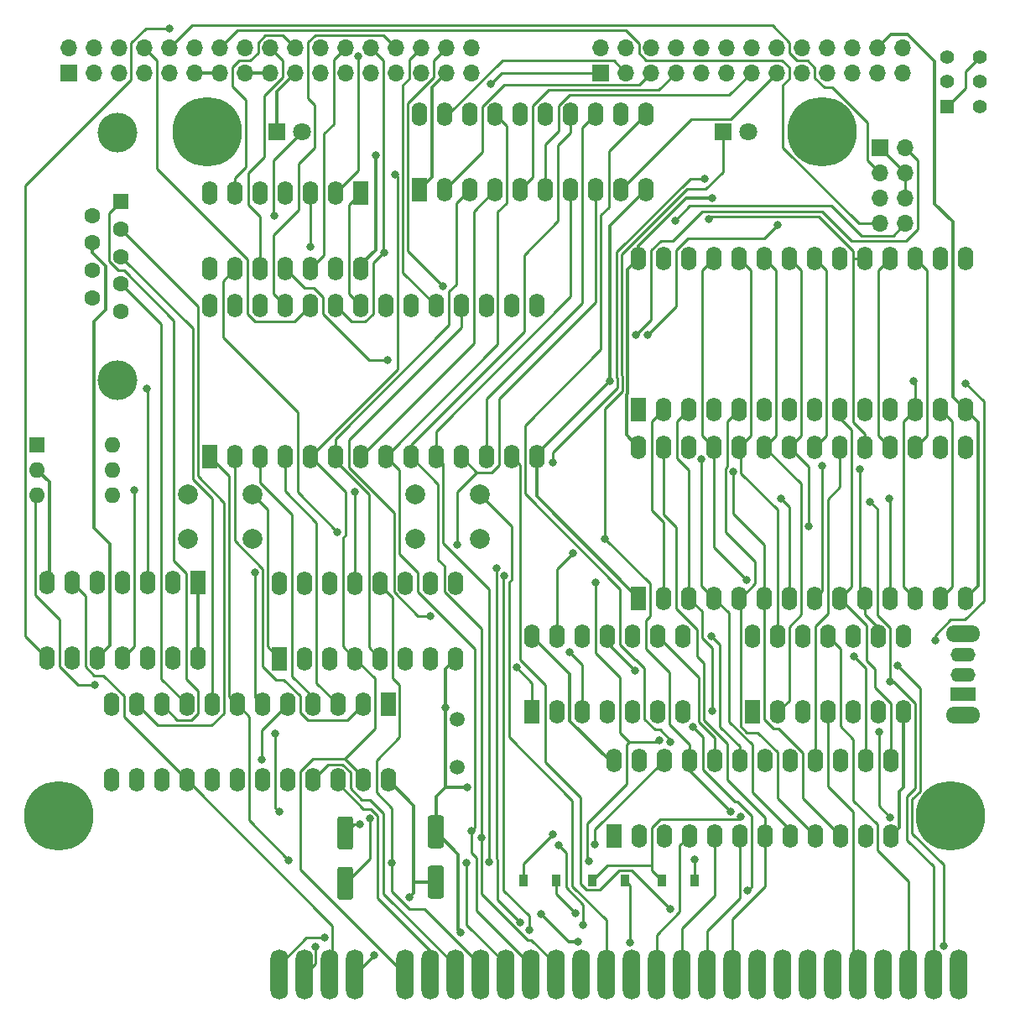
<source format=gtl>
G04 #@! TF.GenerationSoftware,KiCad,Pcbnew,(5.1.6)-1*
G04 #@! TF.CreationDate,2020-11-25T06:28:35+02:00*
G04 #@! TF.ProjectId,PlusD_Clone_1_5,506c7573-445f-4436-9c6f-6e655f315f35,rev?*
G04 #@! TF.SameCoordinates,Original*
G04 #@! TF.FileFunction,Copper,L1,Top*
G04 #@! TF.FilePolarity,Positive*
%FSLAX46Y46*%
G04 Gerber Fmt 4.6, Leading zero omitted, Abs format (unit mm)*
G04 Created by KiCad (PCBNEW (5.1.6)-1) date 2020-11-25 06:28:35*
%MOMM*%
%LPD*%
G01*
G04 APERTURE LIST*
G04 #@! TA.AperFunction,SMDPad,CuDef*
%ADD10R,0.900000X1.200000*%
G04 #@! TD*
G04 #@! TA.AperFunction,ComponentPad*
%ADD11C,0.800000*%
G04 #@! TD*
G04 #@! TA.AperFunction,ComponentPad*
%ADD12C,7.000000*%
G04 #@! TD*
G04 #@! TA.AperFunction,ComponentPad*
%ADD13O,1.700000X1.700000*%
G04 #@! TD*
G04 #@! TA.AperFunction,ComponentPad*
%ADD14R,1.700000X1.700000*%
G04 #@! TD*
G04 #@! TA.AperFunction,ComponentPad*
%ADD15C,1.400000*%
G04 #@! TD*
G04 #@! TA.AperFunction,ComponentPad*
%ADD16R,1.400000X1.400000*%
G04 #@! TD*
G04 #@! TA.AperFunction,ComponentPad*
%ADD17O,1.600000X2.400000*%
G04 #@! TD*
G04 #@! TA.AperFunction,ComponentPad*
%ADD18R,1.600000X2.400000*%
G04 #@! TD*
G04 #@! TA.AperFunction,ComponentPad*
%ADD19O,3.500000X1.700000*%
G04 #@! TD*
G04 #@! TA.AperFunction,ComponentPad*
%ADD20O,2.500000X1.400000*%
G04 #@! TD*
G04 #@! TA.AperFunction,ComponentPad*
%ADD21R,2.500000X1.400000*%
G04 #@! TD*
G04 #@! TA.AperFunction,ComponentPad*
%ADD22C,4.000000*%
G04 #@! TD*
G04 #@! TA.AperFunction,ComponentPad*
%ADD23C,1.600000*%
G04 #@! TD*
G04 #@! TA.AperFunction,ComponentPad*
%ADD24R,1.600000X1.600000*%
G04 #@! TD*
G04 #@! TA.AperFunction,ComponentPad*
%ADD25O,1.600000X1.600000*%
G04 #@! TD*
G04 #@! TA.AperFunction,ComponentPad*
%ADD26C,2.000000*%
G04 #@! TD*
G04 #@! TA.AperFunction,ConnectorPad*
%ADD27O,1.778000X5.080000*%
G04 #@! TD*
G04 #@! TA.AperFunction,ComponentPad*
%ADD28C,1.800000*%
G04 #@! TD*
G04 #@! TA.AperFunction,ComponentPad*
%ADD29R,1.800000X1.800000*%
G04 #@! TD*
G04 #@! TA.AperFunction,ComponentPad*
%ADD30C,1.500000*%
G04 #@! TD*
G04 #@! TA.AperFunction,ViaPad*
%ADD31C,0.800000*%
G04 #@! TD*
G04 #@! TA.AperFunction,Conductor*
%ADD32C,0.350000*%
G04 #@! TD*
G04 #@! TA.AperFunction,Conductor*
%ADD33C,0.250000*%
G04 #@! TD*
G04 APERTURE END LIST*
D10*
X128864000Y-112459000D03*
X132164000Y-112459000D03*
X121864000Y-112459000D03*
X125164000Y-112459000D03*
X114864000Y-112459000D03*
X118164000Y-112459000D03*
D11*
X146856155Y-35143845D03*
X145000000Y-34375000D03*
X143143845Y-35143845D03*
X142375000Y-37000000D03*
X143143845Y-38856155D03*
X145000000Y-39625000D03*
X146856155Y-38856155D03*
X147625000Y-37000000D03*
D12*
X145000000Y-37000000D03*
D13*
X153416000Y-46228000D03*
X150876000Y-46228000D03*
X153416000Y-43688000D03*
X150876000Y-43688000D03*
X153416000Y-41148000D03*
X150876000Y-41148000D03*
X153416000Y-38608000D03*
D14*
X150876000Y-38608000D03*
D12*
X83000000Y-37000000D03*
D11*
X85625000Y-37000000D03*
X84856155Y-38856155D03*
X83000000Y-39625000D03*
X81143845Y-38856155D03*
X80375000Y-37000000D03*
X81143845Y-35143845D03*
X83000000Y-34375000D03*
X84856155Y-35143845D03*
G04 #@! TA.AperFunction,SMDPad,CuDef*
G36*
G01*
X106595000Y-109234000D02*
X105495000Y-109234000D01*
G75*
G02*
X105245000Y-108984000I0J250000D01*
G01*
X105245000Y-106159000D01*
G75*
G02*
X105495000Y-105909000I250000J0D01*
G01*
X106595000Y-105909000D01*
G75*
G02*
X106845000Y-106159000I0J-250000D01*
G01*
X106845000Y-108984000D01*
G75*
G02*
X106595000Y-109234000I-250000J0D01*
G01*
G37*
G04 #@! TD.AperFunction*
G04 #@! TA.AperFunction,SMDPad,CuDef*
G36*
G01*
X106595000Y-114309000D02*
X105495000Y-114309000D01*
G75*
G02*
X105245000Y-114059000I0J250000D01*
G01*
X105245000Y-111234000D01*
G75*
G02*
X105495000Y-110984000I250000J0D01*
G01*
X106595000Y-110984000D01*
G75*
G02*
X106845000Y-111234000I0J-250000D01*
G01*
X106845000Y-114059000D01*
G75*
G02*
X106595000Y-114309000I-250000J0D01*
G01*
G37*
G04 #@! TD.AperFunction*
G04 #@! TA.AperFunction,SMDPad,CuDef*
G36*
G01*
X96351000Y-111111000D02*
X97451000Y-111111000D01*
G75*
G02*
X97701000Y-111361000I0J-250000D01*
G01*
X97701000Y-114186000D01*
G75*
G02*
X97451000Y-114436000I-250000J0D01*
G01*
X96351000Y-114436000D01*
G75*
G02*
X96101000Y-114186000I0J250000D01*
G01*
X96101000Y-111361000D01*
G75*
G02*
X96351000Y-111111000I250000J0D01*
G01*
G37*
G04 #@! TD.AperFunction*
G04 #@! TA.AperFunction,SMDPad,CuDef*
G36*
G01*
X96351000Y-106036000D02*
X97451000Y-106036000D01*
G75*
G02*
X97701000Y-106286000I0J-250000D01*
G01*
X97701000Y-109111000D01*
G75*
G02*
X97451000Y-109361000I-250000J0D01*
G01*
X96351000Y-109361000D01*
G75*
G02*
X96101000Y-109111000I0J250000D01*
G01*
X96101000Y-106286000D01*
G75*
G02*
X96351000Y-106036000I250000J0D01*
G01*
G37*
G04 #@! TD.AperFunction*
D15*
X160907000Y-29417000D03*
X160907000Y-31917000D03*
X160907000Y-34417000D03*
X157607000Y-29417000D03*
X157607000Y-31917000D03*
D16*
X157607000Y-34417000D03*
D17*
X126500000Y-49760000D03*
X159520000Y-65000000D03*
X129040000Y-49760000D03*
X156980000Y-65000000D03*
X131580000Y-49760000D03*
X154440000Y-65000000D03*
X134120000Y-49760000D03*
X151900000Y-65000000D03*
X136660000Y-49760000D03*
X149360000Y-65000000D03*
X139200000Y-49760000D03*
X146820000Y-65000000D03*
X141740000Y-49760000D03*
X144280000Y-65000000D03*
X144280000Y-49760000D03*
X141740000Y-65000000D03*
X146820000Y-49760000D03*
X139200000Y-65000000D03*
X149360000Y-49760000D03*
X136660000Y-65000000D03*
X151900000Y-49760000D03*
X134120000Y-65000000D03*
X154440000Y-49760000D03*
X131580000Y-65000000D03*
X156980000Y-49760000D03*
X129040000Y-65000000D03*
X159520000Y-49760000D03*
D18*
X126500000Y-65000000D03*
D19*
X159258000Y-87626000D03*
X159258000Y-95826000D03*
D20*
X159258000Y-89726000D03*
X159258000Y-91726000D03*
D21*
X159258000Y-93726000D03*
D22*
X73950000Y-62040000D03*
X73950000Y-37040000D03*
D23*
X71410000Y-53695000D03*
X71410000Y-50925000D03*
X71410000Y-48155000D03*
X71410000Y-45385000D03*
X74250000Y-55080000D03*
X74250000Y-52310000D03*
X74250000Y-49540000D03*
X74250000Y-46770000D03*
D24*
X74250000Y-44000000D03*
D25*
X73406000Y-68500000D03*
X65786000Y-73580000D03*
X73406000Y-71040000D03*
X65786000Y-71040000D03*
X73406000Y-73580000D03*
D24*
X65786000Y-68500000D03*
D17*
X115762000Y-87880000D03*
X131002000Y-95500000D03*
X118302000Y-87880000D03*
X128462000Y-95500000D03*
X120842000Y-87880000D03*
X125922000Y-95500000D03*
X123382000Y-87880000D03*
X123382000Y-95500000D03*
X125922000Y-87880000D03*
X120842000Y-95500000D03*
X128462000Y-87880000D03*
X118302000Y-95500000D03*
X131002000Y-87880000D03*
D18*
X115762000Y-95500000D03*
D17*
X101219000Y-102362000D03*
X73279000Y-94742000D03*
X98679000Y-102362000D03*
X75819000Y-94742000D03*
X96139000Y-102362000D03*
X78359000Y-94742000D03*
X93599000Y-102362000D03*
X80899000Y-94742000D03*
X91059000Y-102362000D03*
X83439000Y-94742000D03*
X88519000Y-102362000D03*
X85979000Y-94742000D03*
X85979000Y-102362000D03*
X88519000Y-94742000D03*
X83439000Y-102362000D03*
X91059000Y-94742000D03*
X80899000Y-102362000D03*
X93599000Y-94742000D03*
X78359000Y-102362000D03*
X96139000Y-94742000D03*
X75819000Y-102362000D03*
X98679000Y-94742000D03*
X73279000Y-102362000D03*
D18*
X101219000Y-94742000D03*
D17*
X98477000Y-50772000D03*
X83237000Y-43152000D03*
X95937000Y-50772000D03*
X85777000Y-43152000D03*
X93397000Y-50772000D03*
X88317000Y-43152000D03*
X90857000Y-50772000D03*
X90857000Y-43152000D03*
X88317000Y-50772000D03*
X93397000Y-43152000D03*
X85777000Y-50772000D03*
X95937000Y-43152000D03*
X83237000Y-50772000D03*
D18*
X98477000Y-43152000D03*
D17*
X82042000Y-90043000D03*
X66802000Y-82423000D03*
X79502000Y-90043000D03*
X69342000Y-82423000D03*
X76962000Y-90043000D03*
X71882000Y-82423000D03*
X74422000Y-90043000D03*
X74422000Y-82423000D03*
X71882000Y-90043000D03*
X76962000Y-82423000D03*
X69342000Y-90043000D03*
X79502000Y-82423000D03*
X66802000Y-90043000D03*
D18*
X82042000Y-82423000D03*
D17*
X138000000Y-87880000D03*
X153240000Y-95500000D03*
X140540000Y-87880000D03*
X150700000Y-95500000D03*
X143080000Y-87880000D03*
X148160000Y-95500000D03*
X145620000Y-87880000D03*
X145620000Y-95500000D03*
X148160000Y-87880000D03*
X143080000Y-95500000D03*
X150700000Y-87880000D03*
X140540000Y-95500000D03*
X153240000Y-87880000D03*
D18*
X138000000Y-95500000D03*
D11*
X69856155Y-104143845D03*
X68000000Y-103375000D03*
X66143845Y-104143845D03*
X65375000Y-106000000D03*
X66143845Y-107856155D03*
X68000000Y-108625000D03*
X69856155Y-107856155D03*
X70625000Y-106000000D03*
D12*
X68000000Y-106000000D03*
D11*
X159856155Y-104143845D03*
X158000000Y-103375000D03*
X156143845Y-104143845D03*
X155375000Y-106000000D03*
X156143845Y-107856155D03*
X158000000Y-108625000D03*
X159856155Y-107856155D03*
X160625000Y-106000000D03*
D12*
X158000000Y-106000000D03*
D26*
X110500000Y-73500000D03*
X110500000Y-78000000D03*
X104000000Y-73500000D03*
X104000000Y-78000000D03*
X87500000Y-73500000D03*
X87500000Y-78000000D03*
X81000000Y-73500000D03*
X81000000Y-78000000D03*
D17*
X104380000Y-35213000D03*
X127240000Y-42833000D03*
X106920000Y-35213000D03*
X124700000Y-42833000D03*
X109460000Y-35213000D03*
X122160000Y-42833000D03*
X112000000Y-35213000D03*
X119620000Y-42833000D03*
X114540000Y-35213000D03*
X117080000Y-42833000D03*
X117080000Y-35213000D03*
X114540000Y-42833000D03*
X119620000Y-35213000D03*
X112000000Y-42833000D03*
X122160000Y-35213000D03*
X109460000Y-42833000D03*
X124700000Y-35213000D03*
X106920000Y-42833000D03*
X127240000Y-35213000D03*
D18*
X104380000Y-42833000D03*
D17*
X90284000Y-82476000D03*
X108064000Y-90096000D03*
X92824000Y-82476000D03*
X105524000Y-90096000D03*
X95364000Y-82476000D03*
X102984000Y-90096000D03*
X97904000Y-82476000D03*
X100444000Y-90096000D03*
X100444000Y-82476000D03*
X97904000Y-90096000D03*
X102984000Y-82476000D03*
X95364000Y-90096000D03*
X105524000Y-82476000D03*
X92824000Y-90096000D03*
X108064000Y-82476000D03*
D18*
X90284000Y-90096000D03*
D17*
X124000000Y-100380000D03*
X151940000Y-108000000D03*
X126540000Y-100380000D03*
X149400000Y-108000000D03*
X129080000Y-100380000D03*
X146860000Y-108000000D03*
X131620000Y-100380000D03*
X144320000Y-108000000D03*
X134160000Y-100380000D03*
X141780000Y-108000000D03*
X136700000Y-100380000D03*
X139240000Y-108000000D03*
X139240000Y-100380000D03*
X136700000Y-108000000D03*
X141780000Y-100380000D03*
X134160000Y-108000000D03*
X144320000Y-100380000D03*
X131620000Y-108000000D03*
X146860000Y-100380000D03*
X129080000Y-108000000D03*
X149400000Y-100380000D03*
X126540000Y-108000000D03*
X151940000Y-100380000D03*
D18*
X124000000Y-108000000D03*
D17*
X126500000Y-68760000D03*
X159520000Y-84000000D03*
X129040000Y-68760000D03*
X156980000Y-84000000D03*
X131580000Y-68760000D03*
X154440000Y-84000000D03*
X134120000Y-68760000D03*
X151900000Y-84000000D03*
X136660000Y-68760000D03*
X149360000Y-84000000D03*
X139200000Y-68760000D03*
X146820000Y-84000000D03*
X141740000Y-68760000D03*
X144280000Y-84000000D03*
X144280000Y-68760000D03*
X141740000Y-84000000D03*
X146820000Y-68760000D03*
X139200000Y-84000000D03*
X149360000Y-68760000D03*
X136660000Y-84000000D03*
X151900000Y-68760000D03*
X134120000Y-84000000D03*
X154440000Y-68760000D03*
X131580000Y-84000000D03*
X156980000Y-68760000D03*
X129040000Y-84000000D03*
X159520000Y-68760000D03*
D18*
X126500000Y-84000000D03*
D17*
X83185000Y-54483000D03*
X116205000Y-69723000D03*
X85725000Y-54483000D03*
X113665000Y-69723000D03*
X88265000Y-54483000D03*
X111125000Y-69723000D03*
X90805000Y-54483000D03*
X108585000Y-69723000D03*
X93345000Y-54483000D03*
X106045000Y-69723000D03*
X95885000Y-54483000D03*
X103505000Y-69723000D03*
X98425000Y-54483000D03*
X100965000Y-69723000D03*
X100965000Y-54483000D03*
X98425000Y-69723000D03*
X103505000Y-54483000D03*
X95885000Y-69723000D03*
X106045000Y-54483000D03*
X93345000Y-69723000D03*
X108585000Y-54483000D03*
X90805000Y-69723000D03*
X111125000Y-54483000D03*
X88265000Y-69723000D03*
X113665000Y-54483000D03*
X85725000Y-69723000D03*
X116205000Y-54483000D03*
D18*
X83185000Y-69723000D03*
D27*
X95298000Y-121960000D03*
X97838000Y-121960000D03*
X105458000Y-121960000D03*
X113078000Y-121960000D03*
X110538000Y-121960000D03*
X107998000Y-121960000D03*
X115618000Y-121960000D03*
X90218000Y-121960000D03*
X92758000Y-121960000D03*
X102918000Y-121960000D03*
X118158000Y-121960000D03*
X123238000Y-121960000D03*
X120698000Y-121960000D03*
X125778000Y-121960000D03*
X130858000Y-121960000D03*
X128318000Y-121960000D03*
X133398000Y-121960000D03*
X143558000Y-121960000D03*
X138478000Y-121960000D03*
X151178000Y-121960000D03*
X156258000Y-121960000D03*
X158798000Y-121960000D03*
X135938000Y-121960000D03*
X146098000Y-121960000D03*
X148638000Y-121960000D03*
X153718000Y-121960000D03*
X141018000Y-121960000D03*
D13*
X153162000Y-28460000D03*
X153162000Y-31000000D03*
X150622000Y-28460000D03*
X150622000Y-31000000D03*
X148082000Y-28460000D03*
X148082000Y-31000000D03*
X145542000Y-28460000D03*
X145542000Y-31000000D03*
X143002000Y-28460000D03*
X143002000Y-31000000D03*
X140462000Y-28460000D03*
X140462000Y-31000000D03*
X137922000Y-28460000D03*
X137922000Y-31000000D03*
X135382000Y-28460000D03*
X135382000Y-31000000D03*
X132842000Y-28460000D03*
X132842000Y-31000000D03*
X130302000Y-28460000D03*
X130302000Y-31000000D03*
X127762000Y-28460000D03*
X127762000Y-31000000D03*
X125222000Y-28460000D03*
X125222000Y-31000000D03*
X122682000Y-28460000D03*
D14*
X122682000Y-31000000D03*
X69000000Y-31000000D03*
D13*
X69000000Y-28460000D03*
X71540000Y-31000000D03*
X71540000Y-28460000D03*
X74080000Y-31000000D03*
X74080000Y-28460000D03*
X76620000Y-31000000D03*
X76620000Y-28460000D03*
X79160000Y-31000000D03*
X79160000Y-28460000D03*
X81700000Y-31000000D03*
X81700000Y-28460000D03*
X84240000Y-31000000D03*
X84240000Y-28460000D03*
X86780000Y-31000000D03*
X86780000Y-28460000D03*
X89320000Y-31000000D03*
X89320000Y-28460000D03*
X91860000Y-31000000D03*
X91860000Y-28460000D03*
X94400000Y-31000000D03*
X94400000Y-28460000D03*
X96940000Y-31000000D03*
X96940000Y-28460000D03*
X99480000Y-31000000D03*
X99480000Y-28460000D03*
X102020000Y-31000000D03*
X102020000Y-28460000D03*
X104560000Y-31000000D03*
X104560000Y-28460000D03*
X107100000Y-31000000D03*
X107100000Y-28460000D03*
X109640000Y-31000000D03*
X109640000Y-28460000D03*
D28*
X137540000Y-37000000D03*
D29*
X135000000Y-37000000D03*
D28*
X92540000Y-37000000D03*
D29*
X90000000Y-37000000D03*
D30*
X108204000Y-101092000D03*
X108204000Y-96192000D03*
D31*
X123601700Y-62097600D03*
X109208600Y-103090500D03*
X120361700Y-118648900D03*
X116680200Y-115854600D03*
X106991400Y-95076000D03*
X108574800Y-117771100D03*
X91204600Y-110421300D03*
X122108800Y-108875300D03*
X133833500Y-87827000D03*
X129727900Y-98534900D03*
X99418200Y-106251800D03*
X114190000Y-90997300D03*
X159503900Y-62326200D03*
X156418600Y-88244200D03*
X123134100Y-77997100D03*
X135800200Y-105546100D03*
X89746400Y-45399100D03*
X76881500Y-62837500D03*
X106768800Y-52510200D03*
X126216100Y-57485100D03*
X100872700Y-49145700D03*
X96127900Y-77343900D03*
X93397000Y-48562700D03*
X130203800Y-45900600D03*
X140564000Y-46332500D03*
X127446000Y-57466200D03*
X75621100Y-73111500D03*
X79117700Y-26510000D03*
X119903100Y-79456300D03*
X126177000Y-91340000D03*
X71614900Y-92744200D03*
X129735200Y-115366600D03*
X133585800Y-45799700D03*
X97904000Y-73292500D03*
X149893600Y-74264000D03*
X151886900Y-92404900D03*
X150764700Y-97502900D03*
X151914900Y-106107600D03*
X148809600Y-71023100D03*
X112183800Y-80968800D03*
X114581500Y-116679900D03*
X128643000Y-98360600D03*
X122191300Y-82393100D03*
X121464700Y-110520200D03*
X133938800Y-95386800D03*
X131983100Y-97015900D03*
X137511700Y-113533900D03*
X137450500Y-82201400D03*
X152662800Y-90812300D03*
X157292700Y-119054300D03*
X101928400Y-41257600D03*
X151806300Y-73989800D03*
X154253300Y-62115700D03*
X109626400Y-107467000D03*
X110625900Y-108154600D03*
X111430000Y-110608900D03*
X109145900Y-110702100D03*
X87791100Y-81384900D03*
X143688200Y-76716400D03*
X101592300Y-110725700D03*
X108160600Y-78628700D03*
X89856600Y-97699100D03*
X90217600Y-105541100D03*
X118481700Y-108932300D03*
X120924900Y-116977700D03*
X140883200Y-73917600D03*
X136064700Y-71214500D03*
X94832300Y-118260200D03*
X93856800Y-119179500D03*
X88515000Y-100299500D03*
X132850000Y-69948300D03*
X144998600Y-70630900D03*
X148207300Y-89883600D03*
X112959100Y-81772000D03*
X115441400Y-117513300D03*
X98209900Y-29346900D03*
X101197799Y-59974388D03*
X111574300Y-32142200D03*
X117853200Y-70317800D03*
X133173300Y-41697400D03*
X120149600Y-115784900D03*
X125673600Y-118750200D03*
X132164000Y-110387700D03*
X99796100Y-120001900D03*
X103332600Y-114216800D03*
X133957800Y-43646400D03*
X99950800Y-39334700D03*
X117849800Y-107825500D03*
X136847400Y-106051200D03*
X98360800Y-106775000D03*
X105501300Y-85815200D03*
X119572000Y-89434300D03*
D32*
X116205000Y-69723000D02*
X116205000Y-73705000D01*
X116205000Y-73705000D02*
X126500000Y-84000000D01*
X123601700Y-62097600D02*
X116205000Y-69494300D01*
X116205000Y-69494300D02*
X116205000Y-69723000D01*
X127240000Y-42833000D02*
X123601700Y-46471300D01*
X123601700Y-46471300D02*
X123601700Y-62097600D01*
X106991400Y-103090500D02*
X106991400Y-95076000D01*
X106045000Y-107571500D02*
X106045000Y-104036900D01*
X106045000Y-104036900D02*
X106991400Y-103090500D01*
X106991400Y-103090500D02*
X109208600Y-103090500D01*
X120361700Y-118648900D02*
X119474500Y-118648900D01*
X119474500Y-118648900D02*
X116680200Y-115854600D01*
X107100000Y-31000000D02*
X105650000Y-32450000D01*
X105650000Y-32450000D02*
X105650000Y-41563000D01*
X105650000Y-41563000D02*
X104380000Y-42833000D01*
X108064000Y-90096000D02*
X106991400Y-91168600D01*
X106991400Y-91168600D02*
X106991400Y-95076000D01*
X106045000Y-107571500D02*
X108320600Y-109847100D01*
X108320600Y-109847100D02*
X108320600Y-117516900D01*
X108320600Y-117516900D02*
X108574800Y-117771100D01*
X153240000Y-95500000D02*
X153240000Y-103086100D01*
X153240000Y-103086100D02*
X152823900Y-103502200D01*
X152823900Y-103502200D02*
X152823900Y-107116100D01*
X152823900Y-107116100D02*
X151940000Y-108000000D01*
X159520000Y-65000000D02*
X160749400Y-66229400D01*
X160749400Y-66229400D02*
X160749400Y-82770600D01*
X160749400Y-82770600D02*
X159520000Y-84000000D01*
X89320000Y-31000000D02*
X86780000Y-31000000D01*
X150622000Y-28460000D02*
X151948200Y-27133800D01*
X151948200Y-27133800D02*
X153676900Y-27133800D01*
X153676900Y-27133800D02*
X156355200Y-29812100D01*
X156355200Y-29812100D02*
X156355200Y-44199500D01*
X156355200Y-44199500D02*
X158211300Y-46055600D01*
X158211300Y-46055600D02*
X158211300Y-63691300D01*
X158211300Y-63691300D02*
X159520000Y-65000000D01*
X66802000Y-82423000D02*
X67025900Y-82199100D01*
X67025900Y-82199100D02*
X67025900Y-72279900D01*
X67025900Y-72279900D02*
X65786000Y-71040000D01*
X84240000Y-31000000D02*
X81700000Y-31000000D01*
X90000000Y-37000000D02*
X90000000Y-32860000D01*
X90000000Y-32860000D02*
X91860000Y-31000000D01*
D33*
X123238000Y-121960000D02*
X123238000Y-116502600D01*
X123238000Y-116502600D02*
X119794200Y-113058800D01*
X119794200Y-113058800D02*
X119794200Y-104398700D01*
X119794200Y-104398700D02*
X113411200Y-98015700D01*
X113411200Y-98015700D02*
X113411200Y-82416400D01*
X113411200Y-82416400D02*
X113734400Y-82093200D01*
X113734400Y-82093200D02*
X113734400Y-76734400D01*
X113734400Y-76734400D02*
X110500000Y-73500000D01*
X85979000Y-94742000D02*
X87173400Y-95936400D01*
X87173400Y-95936400D02*
X87173400Y-106390100D01*
X87173400Y-106390100D02*
X91204600Y-110421300D01*
X83185000Y-69723000D02*
X85136800Y-71674800D01*
X85136800Y-71674800D02*
X85136800Y-93899800D01*
X85136800Y-93899800D02*
X85979000Y-94742000D01*
X129080000Y-100380000D02*
X122108800Y-107351200D01*
X122108800Y-107351200D02*
X122108800Y-108875300D01*
X134160000Y-100380000D02*
X134160000Y-98096300D01*
X134160000Y-98096300D02*
X132582900Y-96519200D01*
X132582900Y-96519200D02*
X132582900Y-92000900D01*
X132582900Y-92000900D02*
X128462000Y-87880000D01*
X133833500Y-87827000D02*
X134714200Y-88707700D01*
X134714200Y-88707700D02*
X134714200Y-96955300D01*
X134714200Y-96955300D02*
X136700000Y-98941100D01*
X136700000Y-98941100D02*
X136700000Y-100380000D01*
X129727900Y-98534900D02*
X129727900Y-98321300D01*
X129727900Y-98321300D02*
X128660200Y-97253600D01*
X128660200Y-97253600D02*
X128143300Y-97253600D01*
X128143300Y-97253600D02*
X127118700Y-96229000D01*
X127118700Y-96229000D02*
X127118700Y-91088700D01*
X127118700Y-91088700D02*
X126221100Y-90191100D01*
X126221100Y-90191100D02*
X126118800Y-90191100D01*
X126118800Y-90191100D02*
X124652000Y-88724300D01*
X124652000Y-88724300D02*
X124652000Y-83093500D01*
X124652000Y-83093500D02*
X115022800Y-73464300D01*
X115022800Y-73464300D02*
X115022800Y-66574500D01*
X115022800Y-66574500D02*
X122697600Y-58899700D01*
X122697600Y-58899700D02*
X122697600Y-45378800D01*
X122697600Y-45378800D02*
X123524600Y-44551800D01*
X123524600Y-44551800D02*
X123524600Y-38928400D01*
X123524600Y-38928400D02*
X127240000Y-35213000D01*
X99418200Y-106251800D02*
X99418200Y-110256300D01*
X99418200Y-110256300D02*
X96901000Y-112773500D01*
X115762000Y-95500000D02*
X115762000Y-92569300D01*
X115762000Y-92569300D02*
X114190000Y-90997300D01*
X144320000Y-100380000D02*
X144320000Y-86808500D01*
X144320000Y-86808500D02*
X145589600Y-85538900D01*
X145589600Y-85538900D02*
X145589600Y-74031400D01*
X145589600Y-74031400D02*
X146820000Y-72801000D01*
X146820000Y-72801000D02*
X146820000Y-68760000D01*
X156418600Y-88244200D02*
X156418600Y-87767600D01*
X156418600Y-87767600D02*
X158022000Y-86164200D01*
X158022000Y-86164200D02*
X159436900Y-86164200D01*
X159436900Y-86164200D02*
X161334000Y-84267100D01*
X161334000Y-84267100D02*
X161334000Y-64156300D01*
X161334000Y-64156300D02*
X159503900Y-62326200D01*
X123134100Y-77997100D02*
X123134100Y-64860600D01*
X123134100Y-64860600D02*
X124877300Y-63117400D01*
X124877300Y-63117400D02*
X124877300Y-61569100D01*
X124877300Y-61569100D02*
X124826200Y-61518000D01*
X124826200Y-61518000D02*
X124826200Y-49299900D01*
X124826200Y-49299900D02*
X131411900Y-42714200D01*
X131411900Y-42714200D02*
X133293300Y-42714200D01*
X133293300Y-42714200D02*
X135000000Y-41007500D01*
X135000000Y-41007500D02*
X135000000Y-37000000D01*
X123134100Y-77997100D02*
X127675400Y-82538400D01*
X127675400Y-82538400D02*
X127675400Y-85808100D01*
X127675400Y-85808100D02*
X127252400Y-86231100D01*
X127252400Y-86231100D02*
X127252400Y-89087300D01*
X127252400Y-89087300D02*
X129637400Y-91472300D01*
X129637400Y-91472300D02*
X129637400Y-96774800D01*
X129637400Y-96774800D02*
X131620000Y-98757400D01*
X131620000Y-98757400D02*
X131620000Y-100380000D01*
X131620000Y-100380000D02*
X131620000Y-101365900D01*
X131620000Y-101365900D02*
X135800200Y-105546100D01*
X92540000Y-37000000D02*
X89666700Y-39873300D01*
X89666700Y-39873300D02*
X89666700Y-45319400D01*
X89666700Y-45319400D02*
X89746400Y-45399100D01*
X76620000Y-28460000D02*
X77890000Y-29730000D01*
X77890000Y-29730000D02*
X77890000Y-40698700D01*
X77890000Y-40698700D02*
X86995000Y-49803700D01*
X86995000Y-49803700D02*
X86995000Y-55296200D01*
X86995000Y-55296200D02*
X87772300Y-56073500D01*
X87772300Y-56073500D02*
X91754500Y-56073500D01*
X91754500Y-56073500D02*
X93345000Y-54483000D01*
X150876000Y-38608000D02*
X153416000Y-41148000D01*
X153416000Y-41148000D02*
X153416000Y-43688000D01*
X89320000Y-28460000D02*
X90590000Y-29730000D01*
X90590000Y-29730000D02*
X90590000Y-31477200D01*
X90590000Y-31477200D02*
X88724600Y-33342600D01*
X88724600Y-33342600D02*
X88724600Y-39497100D01*
X88724600Y-39497100D02*
X87139000Y-41082700D01*
X87139000Y-41082700D02*
X87139000Y-44323900D01*
X87139000Y-44323900D02*
X88317000Y-45501900D01*
X88317000Y-45501900D02*
X88317000Y-50772000D01*
X91860000Y-28460000D02*
X90616600Y-27216600D01*
X90616600Y-27216600D02*
X88830200Y-27216600D01*
X88830200Y-27216600D02*
X88094600Y-27952200D01*
X88094600Y-27952200D02*
X88094600Y-28969300D01*
X88094600Y-28969300D02*
X87289300Y-29774600D01*
X87289300Y-29774600D02*
X86190500Y-29774600D01*
X86190500Y-29774600D02*
X85510000Y-30455100D01*
X85510000Y-30455100D02*
X85510000Y-32371300D01*
X85510000Y-32371300D02*
X86888700Y-33750000D01*
X86888700Y-33750000D02*
X86888700Y-40539800D01*
X86888700Y-40539800D02*
X85777000Y-41651500D01*
X85777000Y-41651500D02*
X85777000Y-43152000D01*
X76962000Y-82423000D02*
X76962000Y-62918000D01*
X76962000Y-62918000D02*
X76881500Y-62837500D01*
X107100000Y-28460000D02*
X105830000Y-29730000D01*
X105830000Y-29730000D02*
X105830000Y-31462900D01*
X105830000Y-31462900D02*
X103204600Y-34088300D01*
X103204600Y-34088300D02*
X103204600Y-48946000D01*
X103204600Y-48946000D02*
X106768800Y-52510200D01*
X126216100Y-57485100D02*
X127770000Y-55931200D01*
X127770000Y-55931200D02*
X127770000Y-48922800D01*
X127770000Y-48922800D02*
X128733400Y-47959400D01*
X128733400Y-47959400D02*
X129975600Y-47959400D01*
X129975600Y-47959400D02*
X132950400Y-44984600D01*
X132950400Y-44984600D02*
X145020700Y-44984600D01*
X145020700Y-44984600D02*
X147993300Y-47957200D01*
X147993300Y-47957200D02*
X153456300Y-47957200D01*
X153456300Y-47957200D02*
X154648400Y-46765100D01*
X154648400Y-46765100D02*
X154648400Y-39840400D01*
X154648400Y-39840400D02*
X153416000Y-38608000D01*
X100750000Y-49145700D02*
X100872700Y-49145700D01*
X95885000Y-54483000D02*
X97508600Y-56106600D01*
X97508600Y-56106600D02*
X98906200Y-56106600D01*
X98906200Y-56106600D02*
X99695000Y-55317800D01*
X99695000Y-55317800D02*
X99695000Y-50200700D01*
X99695000Y-50200700D02*
X100750000Y-49145700D01*
X99480000Y-28460000D02*
X100750000Y-29730000D01*
X100750000Y-29730000D02*
X100750000Y-49145700D01*
X85777000Y-50772000D02*
X84537600Y-52011400D01*
X84537600Y-52011400D02*
X84537600Y-57700000D01*
X84537600Y-57700000D02*
X92075000Y-65237400D01*
X92075000Y-65237400D02*
X92075000Y-73291000D01*
X92075000Y-73291000D02*
X96127900Y-77343900D01*
X93397000Y-43152000D02*
X93397000Y-48562700D01*
X130203800Y-45900600D02*
X131682700Y-44421700D01*
X131682700Y-44421700D02*
X146000800Y-44421700D01*
X146000800Y-44421700D02*
X149033600Y-47454500D01*
X149033600Y-47454500D02*
X152189500Y-47454500D01*
X152189500Y-47454500D02*
X153416000Y-46228000D01*
X140564000Y-46332500D02*
X139182400Y-47714100D01*
X139182400Y-47714100D02*
X131494400Y-47714100D01*
X131494400Y-47714100D02*
X130310000Y-48898500D01*
X130310000Y-48898500D02*
X130310000Y-54602200D01*
X130310000Y-54602200D02*
X127446000Y-57466200D01*
X74422000Y-90043000D02*
X75621100Y-88843900D01*
X75621100Y-88843900D02*
X75621100Y-73111500D01*
X66802000Y-90043000D02*
X64610600Y-87851600D01*
X64610600Y-87851600D02*
X64610600Y-42419600D01*
X64610600Y-42419600D02*
X75305400Y-31724800D01*
X75305400Y-31724800D02*
X75305400Y-27982000D01*
X75305400Y-27982000D02*
X76777400Y-26510000D01*
X76777400Y-26510000D02*
X79117700Y-26510000D01*
X119903100Y-79456300D02*
X118302000Y-81057400D01*
X118302000Y-81057400D02*
X118302000Y-87880000D01*
X123382000Y-87880000D02*
X123382000Y-88545000D01*
X123382000Y-88545000D02*
X126177000Y-91340000D01*
X150876000Y-41148000D02*
X149561400Y-39833400D01*
X149561400Y-39833400D02*
X149561400Y-36024200D01*
X149561400Y-36024200D02*
X146035200Y-32498000D01*
X146035200Y-32498000D02*
X145267400Y-32498000D01*
X145267400Y-32498000D02*
X144300400Y-31531000D01*
X144300400Y-31531000D02*
X144300400Y-30483500D01*
X144300400Y-30483500D02*
X143591500Y-29774600D01*
X143591500Y-29774600D02*
X142492700Y-29774600D01*
X142492700Y-29774600D02*
X141731800Y-29013700D01*
X141731800Y-29013700D02*
X141731800Y-27948500D01*
X141731800Y-27948500D02*
X139999200Y-26215900D01*
X139999200Y-26215900D02*
X81404100Y-26215900D01*
X81404100Y-26215900D02*
X79160000Y-28460000D01*
X84240000Y-28460000D02*
X85983800Y-26716200D01*
X85983800Y-26716200D02*
X125211200Y-26716200D01*
X125211200Y-26716200D02*
X126536600Y-28041600D01*
X126536600Y-28041600D02*
X126536600Y-28991400D01*
X126536600Y-28991400D02*
X127275200Y-29730000D01*
X127275200Y-29730000D02*
X140968000Y-29730000D01*
X140968000Y-29730000D02*
X141695100Y-30457100D01*
X141695100Y-30457100D02*
X141695100Y-31654900D01*
X141695100Y-31654900D02*
X141091000Y-32259000D01*
X141091000Y-32259000D02*
X141091000Y-38578600D01*
X141091000Y-38578600D02*
X148740400Y-46228000D01*
X148740400Y-46228000D02*
X150876000Y-46228000D01*
X65786000Y-73580000D02*
X65618900Y-73747100D01*
X65618900Y-73747100D02*
X65618900Y-83719600D01*
X65618900Y-83719600D02*
X68072000Y-86172700D01*
X68072000Y-86172700D02*
X68072000Y-90897500D01*
X68072000Y-90897500D02*
X69918700Y-92744200D01*
X69918700Y-92744200D02*
X71614900Y-92744200D01*
X90284000Y-90096000D02*
X89066700Y-88878700D01*
X89066700Y-88878700D02*
X89066700Y-75066700D01*
X89066700Y-75066700D02*
X87500000Y-73500000D01*
X113665000Y-69723000D02*
X114522500Y-70580500D01*
X114522500Y-70580500D02*
X114522500Y-90222000D01*
X114522500Y-90222000D02*
X117093100Y-92792600D01*
X117093100Y-92792600D02*
X117093100Y-100536600D01*
X117093100Y-100536600D02*
X120648500Y-104092000D01*
X120648500Y-104092000D02*
X120648500Y-112827300D01*
X120648500Y-112827300D02*
X121255600Y-113434400D01*
X121255600Y-113434400D02*
X122607900Y-113434400D01*
X122607900Y-113434400D02*
X124558700Y-111483600D01*
X124558700Y-111483600D02*
X125852200Y-111483600D01*
X125852200Y-111483600D02*
X129735200Y-115366600D01*
X148177400Y-49760000D02*
X148177400Y-49020900D01*
X148177400Y-49020900D02*
X144658900Y-45502400D01*
X144658900Y-45502400D02*
X133883100Y-45502400D01*
X133883100Y-45502400D02*
X133585800Y-45799700D01*
X95298000Y-121960000D02*
X95619800Y-121638200D01*
X95619800Y-121638200D02*
X95619800Y-117082800D01*
X95619800Y-117082800D02*
X80899000Y-102362000D01*
X69342000Y-82423000D02*
X70706700Y-83787700D01*
X70706700Y-83787700D02*
X70706700Y-90929800D01*
X70706700Y-90929800D02*
X71568700Y-91791800D01*
X71568700Y-91791800D02*
X72449900Y-91791800D01*
X72449900Y-91791800D02*
X74549000Y-93890900D01*
X74549000Y-93890900D02*
X74549000Y-96012000D01*
X74549000Y-96012000D02*
X80899000Y-102362000D01*
X111125000Y-69723000D02*
X111125000Y-63877100D01*
X111125000Y-63877100D02*
X120795400Y-54206700D01*
X120795400Y-54206700D02*
X120795400Y-36577600D01*
X120795400Y-36577600D02*
X122160000Y-35213000D01*
X148177400Y-49760000D02*
X148177400Y-66251900D01*
X148177400Y-66251900D02*
X149360000Y-67434500D01*
X149360000Y-67434500D02*
X149360000Y-68760000D01*
X148177400Y-49760000D02*
X149360000Y-49760000D01*
X97904000Y-82476000D02*
X97904000Y-73292500D01*
X151886900Y-92404900D02*
X151886900Y-86983200D01*
X151886900Y-86983200D02*
X150630000Y-85726300D01*
X150630000Y-85726300D02*
X150630000Y-75000400D01*
X150630000Y-75000400D02*
X149893600Y-74264000D01*
X156258000Y-121960000D02*
X156257900Y-121960000D01*
X156257900Y-121960000D02*
X156257900Y-111048500D01*
X156257900Y-111048500D02*
X153610800Y-108401400D01*
X153610800Y-108401400D02*
X153610800Y-104012000D01*
X153610800Y-104012000D02*
X154440300Y-103182500D01*
X154440300Y-103182500D02*
X154440300Y-94617500D01*
X154440300Y-94617500D02*
X152227700Y-92404900D01*
X152227700Y-92404900D02*
X151886900Y-92404900D01*
X144280000Y-49760000D02*
X145455400Y-50935400D01*
X145455400Y-50935400D02*
X145455400Y-67584600D01*
X145455400Y-67584600D02*
X144280000Y-68760000D01*
X139200000Y-68760000D02*
X142912900Y-72472900D01*
X142912900Y-72472900D02*
X142912900Y-77164800D01*
X142912900Y-77164800D02*
X142920600Y-77172500D01*
X142920600Y-77172500D02*
X142920600Y-85667900D01*
X142920600Y-85667900D02*
X141715400Y-86873100D01*
X141715400Y-86873100D02*
X141715400Y-94324600D01*
X141715400Y-94324600D02*
X140540000Y-95500000D01*
X151914900Y-106107600D02*
X150764700Y-104957400D01*
X150764700Y-104957400D02*
X150764700Y-97502900D01*
X139200000Y-68760000D02*
X140390600Y-67569400D01*
X140390600Y-67569400D02*
X140390600Y-50950600D01*
X140390600Y-50950600D02*
X139200000Y-49760000D01*
X149360000Y-84000000D02*
X148809600Y-83449600D01*
X148809600Y-83449600D02*
X148809600Y-71023100D01*
X150700000Y-87880000D02*
X150700000Y-87012100D01*
X150700000Y-87012100D02*
X149360000Y-85672100D01*
X149360000Y-85672100D02*
X149360000Y-84000000D01*
X114581500Y-116679900D02*
X112296700Y-114395100D01*
X112296700Y-114395100D02*
X112296700Y-110379000D01*
X112296700Y-110379000D02*
X112183800Y-110266100D01*
X112183800Y-110266100D02*
X112183800Y-80968800D01*
X125579400Y-98518800D02*
X128484800Y-98518800D01*
X128484800Y-98518800D02*
X128643000Y-98360600D01*
X125579400Y-98518800D02*
X124652000Y-97591400D01*
X124652000Y-97591400D02*
X124652000Y-91986700D01*
X124652000Y-91986700D02*
X122191300Y-89526000D01*
X122191300Y-89526000D02*
X122191300Y-82393100D01*
X121464700Y-110520200D02*
X121304500Y-110360000D01*
X121304500Y-110360000D02*
X121304500Y-106712700D01*
X121304500Y-106712700D02*
X125293400Y-102723800D01*
X125293400Y-102723800D02*
X125293400Y-98804800D01*
X125293400Y-98804800D02*
X125579400Y-98518800D01*
X129040000Y-84000000D02*
X129040000Y-76301500D01*
X129040000Y-76301500D02*
X127849400Y-75110900D01*
X127849400Y-75110900D02*
X127849400Y-66190600D01*
X127849400Y-66190600D02*
X129040000Y-65000000D01*
X131580000Y-84000000D02*
X132896400Y-85316400D01*
X132896400Y-85316400D02*
X132896400Y-88008400D01*
X132896400Y-88008400D02*
X133938800Y-89050800D01*
X133938800Y-89050800D02*
X133938800Y-95386800D01*
X137511700Y-113533900D02*
X137885800Y-113159800D01*
X137885800Y-113159800D02*
X137885800Y-105926200D01*
X137885800Y-105926200D02*
X136464100Y-104504500D01*
X136464100Y-104504500D02*
X136206000Y-104504500D01*
X136206000Y-104504500D02*
X132984600Y-101283100D01*
X132984600Y-101283100D02*
X132984600Y-98017400D01*
X132984600Y-98017400D02*
X131983100Y-97015900D01*
X131580000Y-65000000D02*
X130404600Y-66175400D01*
X130404600Y-66175400D02*
X130404600Y-69882300D01*
X130404600Y-69882300D02*
X131580000Y-71057700D01*
X131580000Y-71057700D02*
X131580000Y-84000000D01*
X148638000Y-121960000D02*
X148130000Y-121452000D01*
X148130000Y-121452000D02*
X148130000Y-105544700D01*
X148130000Y-105544700D02*
X145620000Y-103034700D01*
X145620000Y-103034700D02*
X145620000Y-95500000D01*
X137450500Y-82201400D02*
X134120000Y-78870900D01*
X134120000Y-78870900D02*
X134120000Y-68760000D01*
X134120000Y-68760000D02*
X132929400Y-67569400D01*
X132929400Y-67569400D02*
X132929400Y-50950600D01*
X132929400Y-50950600D02*
X134120000Y-49760000D01*
X153718000Y-121960000D02*
X153718000Y-112558000D01*
X153718000Y-112558000D02*
X150594500Y-109434500D01*
X150594500Y-109434500D02*
X150594500Y-106800800D01*
X150594500Y-106800800D02*
X148203200Y-104409500D01*
X148203200Y-104409500D02*
X148203200Y-98237600D01*
X148203200Y-98237600D02*
X146890000Y-96924400D01*
X146890000Y-96924400D02*
X146890000Y-89150000D01*
X146890000Y-89150000D02*
X145620000Y-87880000D01*
X140540000Y-87880000D02*
X140540000Y-75089900D01*
X140540000Y-75089900D02*
X136840000Y-71389900D01*
X136840000Y-71389900D02*
X136840000Y-68940000D01*
X136840000Y-68940000D02*
X136660000Y-68760000D01*
X157292700Y-119054300D02*
X157292700Y-110875300D01*
X157292700Y-110875300D02*
X154124700Y-107707300D01*
X154124700Y-107707300D02*
X154124700Y-104291300D01*
X154124700Y-104291300D02*
X154945400Y-103470600D01*
X154945400Y-103470600D02*
X154945400Y-93094900D01*
X154945400Y-93094900D02*
X152662800Y-90812300D01*
X136660000Y-68760000D02*
X137850600Y-67569400D01*
X137850600Y-67569400D02*
X137850600Y-50950600D01*
X137850600Y-50950600D02*
X136660000Y-49760000D01*
X96847500Y-100246600D02*
X98679000Y-102078100D01*
X98679000Y-102078100D02*
X98679000Y-102362000D01*
X102918000Y-121960000D02*
X92379000Y-111421000D01*
X92379000Y-111421000D02*
X92379000Y-101511100D01*
X92379000Y-101511100D02*
X93643500Y-100246600D01*
X93643500Y-100246600D02*
X96847500Y-100246600D01*
X97904000Y-90096000D02*
X99916300Y-92108300D01*
X99916300Y-92108300D02*
X99916300Y-97177800D01*
X99916300Y-97177800D02*
X96847500Y-100246600D01*
X93345000Y-69723000D02*
X96903200Y-73281200D01*
X96903200Y-73281200D02*
X96903200Y-77665100D01*
X96903200Y-77665100D02*
X96701200Y-77867100D01*
X96701200Y-77867100D02*
X96701200Y-88893200D01*
X96701200Y-88893200D02*
X97904000Y-90096000D01*
X101928400Y-41257600D02*
X102148400Y-41477600D01*
X102148400Y-41477600D02*
X102148400Y-60919600D01*
X102148400Y-60919600D02*
X93345000Y-69723000D01*
X151900000Y-84000000D02*
X151900000Y-74083500D01*
X151900000Y-74083500D02*
X151806300Y-73989800D01*
X105458000Y-121960000D02*
X105458000Y-119561900D01*
X105458000Y-119561900D02*
X100193500Y-114297400D01*
X100193500Y-114297400D02*
X100193500Y-105928500D01*
X100193500Y-105928500D02*
X99515400Y-105250400D01*
X99515400Y-105250400D02*
X98752100Y-105250400D01*
X98752100Y-105250400D02*
X96139000Y-102637300D01*
X96139000Y-102637300D02*
X96139000Y-102362000D01*
X154440000Y-65000000D02*
X154440000Y-62302400D01*
X154440000Y-62302400D02*
X154253300Y-62115700D01*
X95885000Y-69723000D02*
X95885000Y-67937500D01*
X95885000Y-67937500D02*
X107385400Y-56437100D01*
X107385400Y-56437100D02*
X107385400Y-53087700D01*
X107385400Y-53087700D02*
X108095400Y-52377700D01*
X108095400Y-52377700D02*
X108095400Y-44197600D01*
X108095400Y-44197600D02*
X109460000Y-42833000D01*
X100444000Y-90096000D02*
X99268700Y-88920700D01*
X99268700Y-88920700D02*
X99268700Y-73560700D01*
X99268700Y-73560700D02*
X95885000Y-70177000D01*
X95885000Y-70177000D02*
X95885000Y-69723000D01*
X154440000Y-84000000D02*
X153254900Y-82814900D01*
X153254900Y-82814900D02*
X153254900Y-66185100D01*
X153254900Y-66185100D02*
X154440000Y-65000000D01*
X107998000Y-121960000D02*
X107998000Y-121056400D01*
X107998000Y-121056400D02*
X100784500Y-113842900D01*
X100784500Y-113842900D02*
X100784500Y-105714600D01*
X100784500Y-105714600D02*
X99430100Y-104360200D01*
X99430100Y-104360200D02*
X98583100Y-104360200D01*
X98583100Y-104360200D02*
X97409000Y-103186100D01*
X97409000Y-103186100D02*
X97409000Y-101530700D01*
X97409000Y-101530700D02*
X96638800Y-100760500D01*
X96638800Y-100760500D02*
X95200500Y-100760500D01*
X95200500Y-100760500D02*
X93599000Y-102362000D01*
X98425000Y-69723000D02*
X109855000Y-58293000D01*
X109855000Y-58293000D02*
X109855000Y-44978000D01*
X109855000Y-44978000D02*
X112000000Y-42833000D01*
X156980000Y-84000000D02*
X158170600Y-82809400D01*
X158170600Y-82809400D02*
X158170600Y-66190600D01*
X158170600Y-66190600D02*
X156980000Y-65000000D01*
X109626400Y-107467000D02*
X109984000Y-107109400D01*
X109984000Y-107109400D02*
X109984000Y-89123900D01*
X109984000Y-89123900D02*
X104254000Y-83393900D01*
X104254000Y-83393900D02*
X104254000Y-81437800D01*
X104254000Y-81437800D02*
X102329600Y-79513400D01*
X102329600Y-79513400D02*
X102329600Y-71087600D01*
X102329600Y-71087600D02*
X100965000Y-69723000D01*
X115618000Y-121960000D02*
X115618000Y-121060900D01*
X115618000Y-121060900D02*
X110125500Y-115568400D01*
X110125500Y-115568400D02*
X110125500Y-110201700D01*
X110125500Y-110201700D02*
X109626400Y-109702600D01*
X109626400Y-109702600D02*
X109626400Y-107467000D01*
X112000000Y-35213000D02*
X113182400Y-36395400D01*
X113182400Y-36395400D02*
X113182400Y-44152100D01*
X113182400Y-44152100D02*
X112305800Y-45028700D01*
X112305800Y-45028700D02*
X112305800Y-58382200D01*
X112305800Y-58382200D02*
X100965000Y-69723000D01*
X110625900Y-108154600D02*
X110625900Y-87100000D01*
X110625900Y-87100000D02*
X106888700Y-83362800D01*
X106888700Y-83362800D02*
X106888700Y-80728600D01*
X106888700Y-80728600D02*
X106273600Y-80113500D01*
X106273600Y-80113500D02*
X106273600Y-72491600D01*
X106273600Y-72491600D02*
X103505000Y-69723000D01*
X118158000Y-121960000D02*
X118158000Y-120984600D01*
X118158000Y-120984600D02*
X115686300Y-118512900D01*
X115686300Y-118512900D02*
X115287600Y-118512900D01*
X115287600Y-118512900D02*
X110625900Y-113851200D01*
X110625900Y-113851200D02*
X110625900Y-108154600D01*
X103505000Y-69723000D02*
X103505000Y-68537300D01*
X103505000Y-68537300D02*
X114935000Y-57107300D01*
X114935000Y-57107300D02*
X114935000Y-49384400D01*
X114935000Y-49384400D02*
X118350000Y-45969400D01*
X118350000Y-45969400D02*
X118350000Y-38315300D01*
X118350000Y-38315300D02*
X119620000Y-37045300D01*
X119620000Y-37045300D02*
X119620000Y-35213000D01*
X111430000Y-110608900D02*
X111430000Y-83062600D01*
X111430000Y-83062600D02*
X106773900Y-78406500D01*
X106773900Y-78406500D02*
X106773900Y-70451900D01*
X106773900Y-70451900D02*
X106045000Y-69723000D01*
X119620000Y-42833000D02*
X119620000Y-53590000D01*
X119620000Y-53590000D02*
X106045000Y-67165000D01*
X106045000Y-67165000D02*
X106045000Y-69723000D01*
X113078000Y-121960000D02*
X113078000Y-120889900D01*
X113078000Y-120889900D02*
X109145900Y-116957800D01*
X109145900Y-116957800D02*
X109145900Y-110702100D01*
X154440000Y-49760000D02*
X155630600Y-50950600D01*
X155630600Y-50950600D02*
X155630600Y-67569400D01*
X155630600Y-67569400D02*
X154440000Y-68760000D01*
X87791100Y-81384900D02*
X87791100Y-94014100D01*
X87791100Y-94014100D02*
X88519000Y-94742000D01*
X141740000Y-49760000D02*
X142928200Y-50948200D01*
X142928200Y-50948200D02*
X142928200Y-67571800D01*
X142928200Y-67571800D02*
X141740000Y-68760000D01*
X143688200Y-76716400D02*
X143688200Y-70708200D01*
X143688200Y-70708200D02*
X141740000Y-68760000D01*
X136700000Y-108000000D02*
X136700000Y-114248600D01*
X136700000Y-114248600D02*
X133398000Y-117550600D01*
X133398000Y-117550600D02*
X133398000Y-121960000D01*
X151900000Y-49760000D02*
X150709400Y-50950600D01*
X150709400Y-50950600D02*
X150709400Y-67569400D01*
X150709400Y-67569400D02*
X151900000Y-68760000D01*
X110538000Y-121960000D02*
X110538000Y-121011300D01*
X110538000Y-121011300D02*
X104872800Y-115346100D01*
X104872800Y-115346100D02*
X103365100Y-115346100D01*
X103365100Y-115346100D02*
X101592300Y-113573300D01*
X101592300Y-113573300D02*
X101592300Y-110725700D01*
X100444000Y-82476000D02*
X100444000Y-82705700D01*
X100444000Y-82705700D02*
X101714000Y-83975700D01*
X101714000Y-83975700D02*
X101714000Y-92053400D01*
X101714000Y-92053400D02*
X102394400Y-92733800D01*
X102394400Y-92733800D02*
X102394400Y-97987800D01*
X102394400Y-97987800D02*
X100034900Y-100347300D01*
X100034900Y-100347300D02*
X100034900Y-103632000D01*
X100034900Y-103632000D02*
X101592300Y-105189400D01*
X101592300Y-105189400D02*
X101592300Y-110725700D01*
X110165200Y-71303200D02*
X111643200Y-71303200D01*
X111643200Y-71303200D02*
X112394500Y-70551900D01*
X112394500Y-70551900D02*
X112394500Y-63899100D01*
X112394500Y-63899100D02*
X122160000Y-54133600D01*
X122160000Y-54133600D02*
X122160000Y-42833000D01*
X110165200Y-71303200D02*
X108585000Y-69723000D01*
X108160600Y-78628700D02*
X108160600Y-73307800D01*
X108160600Y-73307800D02*
X110165200Y-71303200D01*
X120924900Y-116977700D02*
X120924900Y-114897200D01*
X120924900Y-114897200D02*
X119208600Y-113180900D01*
X119208600Y-113180900D02*
X119208600Y-109659200D01*
X119208600Y-109659200D02*
X118481700Y-108932300D01*
X90217600Y-105541100D02*
X89856600Y-105180100D01*
X89856600Y-105180100D02*
X89856600Y-97699100D01*
X141740000Y-84000000D02*
X141740000Y-74774400D01*
X141740000Y-74774400D02*
X140883200Y-73917600D01*
X93599000Y-94742000D02*
X93599000Y-93941300D01*
X93599000Y-93941300D02*
X91554000Y-91896300D01*
X91554000Y-91896300D02*
X91554000Y-75608800D01*
X91554000Y-75608800D02*
X88265000Y-72319800D01*
X88265000Y-72319800D02*
X88265000Y-69723000D01*
X90805000Y-69723000D02*
X90805000Y-73190100D01*
X90805000Y-73190100D02*
X93999400Y-76384500D01*
X93999400Y-76384500D02*
X93999400Y-92602400D01*
X93999400Y-92602400D02*
X96139000Y-94742000D01*
X136064700Y-71214500D02*
X136064700Y-75470800D01*
X136064700Y-75470800D02*
X139200000Y-78606100D01*
X139200000Y-78606100D02*
X139200000Y-84000000D01*
X146860000Y-108000000D02*
X143050000Y-104190000D01*
X143050000Y-104190000D02*
X143050000Y-99577500D01*
X143050000Y-99577500D02*
X140592500Y-97120000D01*
X140592500Y-97120000D02*
X140080700Y-97120000D01*
X140080700Y-97120000D02*
X139200000Y-96239300D01*
X139200000Y-96239300D02*
X139200000Y-84000000D01*
X129040000Y-68760000D02*
X129040000Y-75593800D01*
X129040000Y-75593800D02*
X130310000Y-76863800D01*
X130310000Y-76863800D02*
X130310000Y-85084300D01*
X130310000Y-85084300D02*
X132396100Y-87170400D01*
X132396100Y-87170400D02*
X132396100Y-89836400D01*
X132396100Y-89836400D02*
X133083400Y-90523700D01*
X133083400Y-90523700D02*
X133083400Y-96312100D01*
X133083400Y-96312100D02*
X135430000Y-98658700D01*
X135430000Y-98658700D02*
X135430000Y-102346800D01*
X135430000Y-102346800D02*
X139240000Y-106156800D01*
X139240000Y-106156800D02*
X139240000Y-108000000D01*
X98679000Y-94742000D02*
X97093500Y-96327500D01*
X97093500Y-96327500D02*
X93105600Y-96327500D01*
X93105600Y-96327500D02*
X92329000Y-95550900D01*
X92329000Y-95550900D02*
X92329000Y-93886500D01*
X92329000Y-93886500D02*
X90684500Y-92242000D01*
X90684500Y-92242000D02*
X89896500Y-92242000D01*
X89896500Y-92242000D02*
X88566400Y-90911900D01*
X88566400Y-90911900D02*
X88566400Y-81060800D01*
X88566400Y-81060800D02*
X85725000Y-78219400D01*
X85725000Y-78219400D02*
X85725000Y-69723000D01*
X135938000Y-121960000D02*
X135938000Y-116336700D01*
X135938000Y-116336700D02*
X139240000Y-113034700D01*
X139240000Y-113034700D02*
X139240000Y-108000000D01*
X90218000Y-121960000D02*
X90218000Y-121012700D01*
X90218000Y-121012700D02*
X92970500Y-118260200D01*
X92970500Y-118260200D02*
X94832300Y-118260200D01*
X92758000Y-121960000D02*
X93856800Y-120861200D01*
X93856800Y-120861200D02*
X93856800Y-119179500D01*
X88515000Y-100299500D02*
X88515000Y-97286000D01*
X88515000Y-97286000D02*
X91059000Y-94742000D01*
X130858000Y-121960000D02*
X130858000Y-117276900D01*
X130858000Y-117276900D02*
X134160000Y-113974900D01*
X134160000Y-113974900D02*
X134160000Y-108000000D01*
X128318000Y-121960000D02*
X128318000Y-117954700D01*
X128318000Y-117954700D02*
X130671900Y-115600800D01*
X130671900Y-115600800D02*
X130671900Y-108948100D01*
X130671900Y-108948100D02*
X131620000Y-108000000D01*
X136776200Y-84000000D02*
X136660000Y-84000000D01*
X136660000Y-65000000D02*
X135469400Y-66190600D01*
X135469400Y-66190600D02*
X135469400Y-70713400D01*
X135469400Y-70713400D02*
X135289400Y-70893400D01*
X135289400Y-70893400D02*
X135289400Y-77382900D01*
X135289400Y-77382900D02*
X138239300Y-80332800D01*
X138239300Y-80332800D02*
X138239300Y-82536900D01*
X138239300Y-82536900D02*
X136776200Y-84000000D01*
X144320000Y-108000000D02*
X140510000Y-104190000D01*
X140510000Y-104190000D02*
X140510000Y-99561200D01*
X140510000Y-99561200D02*
X138488600Y-97539800D01*
X138488600Y-97539800D02*
X137448500Y-97539800D01*
X137448500Y-97539800D02*
X136776200Y-96867500D01*
X136776200Y-96867500D02*
X136776200Y-84000000D01*
X141780000Y-108000000D02*
X141780000Y-107432100D01*
X141780000Y-107432100D02*
X137970000Y-103622100D01*
X137970000Y-103622100D02*
X137970000Y-98795900D01*
X137970000Y-98795900D02*
X135625600Y-96451500D01*
X135625600Y-96451500D02*
X135625600Y-85505600D01*
X135625600Y-85505600D02*
X134120000Y-84000000D01*
X134120000Y-84000000D02*
X132850000Y-82730000D01*
X132850000Y-82730000D02*
X132850000Y-69948300D01*
X144280000Y-84000000D02*
X144998600Y-83281400D01*
X144998600Y-83281400D02*
X144998600Y-70630900D01*
X149400000Y-100380000D02*
X149400000Y-91076300D01*
X149400000Y-91076300D02*
X148207300Y-89883600D01*
X146820000Y-65000000D02*
X146820000Y-65852400D01*
X146820000Y-65852400D02*
X148000500Y-67032900D01*
X148000500Y-67032900D02*
X148000500Y-82819500D01*
X148000500Y-82819500D02*
X146820000Y-84000000D01*
X146820000Y-84000000D02*
X149524600Y-86704600D01*
X149524600Y-86704600D02*
X149524600Y-90291300D01*
X149524600Y-90291300D02*
X150361900Y-91128600D01*
X150361900Y-91128600D02*
X150361900Y-93024000D01*
X150361900Y-93024000D02*
X151940000Y-94602100D01*
X151940000Y-94602100D02*
X151940000Y-100380000D01*
X112959100Y-81772000D02*
X112899000Y-81832100D01*
X112899000Y-81832100D02*
X112899000Y-113469200D01*
X112899000Y-113469200D02*
X115441400Y-116011600D01*
X115441400Y-116011600D02*
X115441400Y-117513300D01*
X157607000Y-34417000D02*
X159482400Y-32541600D01*
X159482400Y-32541600D02*
X159482400Y-30841600D01*
X159482400Y-30841600D02*
X160907000Y-29417000D01*
X96940000Y-28460000D02*
X95714600Y-29685400D01*
X95714600Y-29685400D02*
X95714600Y-36192900D01*
X95714600Y-36192900D02*
X94761600Y-37145900D01*
X94761600Y-37145900D02*
X94761600Y-49407400D01*
X94761600Y-49407400D02*
X93397000Y-50772000D01*
X95937000Y-43152000D02*
X98209900Y-40879100D01*
X98209900Y-40879100D02*
X98209900Y-29346900D01*
X90805000Y-54483000D02*
X89663100Y-53341100D01*
X89663100Y-53341100D02*
X89663100Y-47386500D01*
X89663100Y-47386500D02*
X92218700Y-44830900D01*
X92218700Y-44830900D02*
X92218700Y-40199800D01*
X92218700Y-40199800D02*
X93821700Y-38596800D01*
X93821700Y-38596800D02*
X93821700Y-34227600D01*
X93821700Y-34227600D02*
X93165600Y-33571500D01*
X93165600Y-33571500D02*
X93165600Y-27912000D01*
X93165600Y-27912000D02*
X93852900Y-27224700D01*
X93852900Y-27224700D02*
X100784700Y-27224700D01*
X100784700Y-27224700D02*
X102020000Y-28460000D01*
X104560000Y-28460000D02*
X103334600Y-29685400D01*
X103334600Y-29685400D02*
X103334600Y-31595000D01*
X103334600Y-31595000D02*
X102704200Y-32225400D01*
X102704200Y-32225400D02*
X102704200Y-51142200D01*
X102704200Y-51142200D02*
X106045000Y-54483000D01*
X94615000Y-55317700D02*
X99271688Y-59974388D01*
X93711100Y-52722100D02*
X94615000Y-53626000D01*
X99271688Y-59974388D02*
X101197799Y-59974388D01*
X90857000Y-50772000D02*
X92807100Y-52722100D01*
X94615000Y-53626000D02*
X94615000Y-55317700D01*
X92807100Y-52722100D02*
X93711100Y-52722100D01*
X98477000Y-43152000D02*
X97283100Y-44345900D01*
X97283100Y-44345900D02*
X97283100Y-53341100D01*
X97283100Y-53341100D02*
X98425000Y-54483000D01*
X122682000Y-31000000D02*
X112716500Y-31000000D01*
X112716500Y-31000000D02*
X111574300Y-32142200D01*
X117853200Y-70317800D02*
X117853200Y-69335200D01*
X117853200Y-69335200D02*
X124377000Y-62811400D01*
X124377000Y-62811400D02*
X124377000Y-61776400D01*
X124377000Y-61776400D02*
X124325900Y-61725300D01*
X124325900Y-61725300D02*
X124325900Y-49092500D01*
X124325900Y-49092500D02*
X131721000Y-41697400D01*
X131721000Y-41697400D02*
X133173300Y-41697400D01*
X140462000Y-31000000D02*
X135762200Y-35699800D01*
X135762200Y-35699800D02*
X131833200Y-35699800D01*
X131833200Y-35699800D02*
X124700000Y-42833000D01*
X137922000Y-31000000D02*
X135673000Y-33249000D01*
X135673000Y-33249000D02*
X119517600Y-33249000D01*
X119517600Y-33249000D02*
X118423200Y-34343400D01*
X118423200Y-34343400D02*
X118423200Y-36872700D01*
X118423200Y-36872700D02*
X117080000Y-38215900D01*
X117080000Y-38215900D02*
X117080000Y-42833000D01*
X130302000Y-31000000D02*
X128556500Y-32745500D01*
X128556500Y-32745500D02*
X117437200Y-32745500D01*
X117437200Y-32745500D02*
X115810000Y-34372700D01*
X115810000Y-34372700D02*
X115810000Y-41563000D01*
X115810000Y-41563000D02*
X114540000Y-42833000D01*
X127762000Y-31000000D02*
X126536700Y-32225300D01*
X126536700Y-32225300D02*
X112925400Y-32225300D01*
X112925400Y-32225300D02*
X110730000Y-34420700D01*
X110730000Y-34420700D02*
X110730000Y-39023000D01*
X110730000Y-39023000D02*
X106920000Y-42833000D01*
X125222000Y-31000000D02*
X123996600Y-29774600D01*
X123996600Y-29774600D02*
X112736500Y-29774600D01*
X112736500Y-29774600D02*
X107298100Y-35213000D01*
X107298100Y-35213000D02*
X106920000Y-35213000D01*
X80899000Y-94742000D02*
X78300600Y-92143600D01*
X78300600Y-92143600D02*
X78300600Y-56360600D01*
X78300600Y-56360600D02*
X74250000Y-52310000D01*
X74250000Y-49540000D02*
X81509300Y-56799300D01*
X81509300Y-56799300D02*
X81509300Y-71993200D01*
X81509300Y-71993200D02*
X83439000Y-73922900D01*
X83439000Y-73922900D02*
X83439000Y-94742000D01*
X74250000Y-46770000D02*
X82009700Y-54529700D01*
X82009700Y-54529700D02*
X82009700Y-71714900D01*
X82009700Y-71714900D02*
X84636400Y-74341600D01*
X84636400Y-74341600D02*
X84636400Y-95643300D01*
X84636400Y-95643300D02*
X83422000Y-96857700D01*
X83422000Y-96857700D02*
X77934700Y-96857700D01*
X77934700Y-96857700D02*
X75819000Y-94742000D01*
X74250000Y-44000000D02*
X73074600Y-45175400D01*
X73074600Y-45175400D02*
X73074600Y-50031600D01*
X73074600Y-50031600D02*
X73968000Y-50925000D01*
X73968000Y-50925000D02*
X74572700Y-50925000D01*
X74572700Y-50925000D02*
X79624500Y-55976800D01*
X79624500Y-55976800D02*
X79624500Y-80238100D01*
X79624500Y-80238100D02*
X80866600Y-81480200D01*
X80866600Y-81480200D02*
X80866600Y-92121500D01*
X80866600Y-92121500D02*
X82074400Y-93329300D01*
X82074400Y-93329300D02*
X82074400Y-95631500D01*
X82074400Y-95631500D02*
X81361900Y-96344000D01*
X81361900Y-96344000D02*
X79961000Y-96344000D01*
X79961000Y-96344000D02*
X78359000Y-94742000D01*
X120149600Y-115784900D02*
X118164000Y-113799300D01*
X118164000Y-113799300D02*
X118164000Y-112459000D01*
X125164000Y-112459000D02*
X125673600Y-112968600D01*
X125673600Y-112968600D02*
X125673600Y-118750200D01*
X132164000Y-112459000D02*
X132164000Y-110387700D01*
X97838000Y-121960000D02*
X99796100Y-120001900D01*
D32*
X126500000Y-68760000D02*
X125274600Y-67534600D01*
X125274600Y-67534600D02*
X125274600Y-63498500D01*
X125274600Y-63498500D02*
X125427600Y-63345500D01*
X125427600Y-63345500D02*
X125427600Y-61341100D01*
X125427600Y-61341100D02*
X125390800Y-61304300D01*
X125390800Y-61304300D02*
X125390800Y-50869200D01*
X125390800Y-50869200D02*
X126500000Y-49760000D01*
X133957800Y-43646400D02*
X131290900Y-43646400D01*
X131290900Y-43646400D02*
X126500000Y-48437300D01*
X126500000Y-48437300D02*
X126500000Y-49760000D01*
X103804800Y-112646500D02*
X103804800Y-113744600D01*
X103804800Y-113744600D02*
X103332600Y-114216800D01*
X103804800Y-112646500D02*
X106045000Y-112646500D01*
X101219000Y-102362000D02*
X103804800Y-104947800D01*
X103804800Y-104947800D02*
X103804800Y-112646500D01*
X98477000Y-50772000D02*
X98477000Y-50374200D01*
X98477000Y-50374200D02*
X99950800Y-48900400D01*
X99950800Y-48900400D02*
X99950800Y-39334700D01*
X71882000Y-90043000D02*
X73133100Y-88791900D01*
X73133100Y-88791900D02*
X73133100Y-78510100D01*
X73133100Y-78510100D02*
X71507300Y-76884300D01*
X71507300Y-76884300D02*
X71507300Y-56089800D01*
X71507300Y-56089800D02*
X72691800Y-54905300D01*
X72691800Y-54905300D02*
X72691800Y-50473800D01*
X72691800Y-50473800D02*
X71410000Y-49192000D01*
X71410000Y-49192000D02*
X71410000Y-48155000D01*
X124000000Y-100380000D02*
X123589000Y-100380000D01*
X123589000Y-100380000D02*
X119572000Y-96363000D01*
X119572000Y-96363000D02*
X119572000Y-91690000D01*
X119572000Y-91690000D02*
X115762000Y-87880000D01*
X82042000Y-82423000D02*
X82042000Y-90043000D01*
D33*
X117849800Y-107825500D02*
X114864000Y-110811300D01*
X114864000Y-110811300D02*
X114864000Y-112459000D01*
X127875900Y-110950400D02*
X127875900Y-111470900D01*
X127875900Y-111470900D02*
X128864000Y-112459000D01*
X136847400Y-106051200D02*
X136567500Y-106331100D01*
X136567500Y-106331100D02*
X128679600Y-106331100D01*
X128679600Y-106331100D02*
X127875900Y-107134800D01*
X127875900Y-107134800D02*
X127875900Y-110950400D01*
X121864000Y-112459000D02*
X123372600Y-110950400D01*
X123372600Y-110950400D02*
X127875900Y-110950400D01*
X96901000Y-107698500D02*
X97824500Y-106775000D01*
X97824500Y-106775000D02*
X98360800Y-106775000D01*
X108585000Y-54483000D02*
X108585000Y-56676800D01*
X108585000Y-56676800D02*
X97242700Y-68019100D01*
X97242700Y-68019100D02*
X97242700Y-70827000D01*
X97242700Y-70827000D02*
X101808700Y-75393000D01*
X101808700Y-75393000D02*
X101808700Y-83362800D01*
X101808700Y-83362800D02*
X104261100Y-85815200D01*
X104261100Y-85815200D02*
X105501300Y-85815200D01*
X120842000Y-95500000D02*
X120842000Y-90704300D01*
X120842000Y-90704300D02*
X119572000Y-89434300D01*
M02*

</source>
